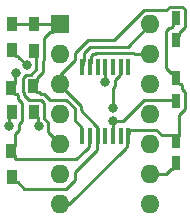
<source format=gbr>
G04 #@! TF.GenerationSoftware,KiCad,Pcbnew,(5.1.4)-1*
G04 #@! TF.CreationDate,2020-11-29T00:03:58+01:00*
G04 #@! TF.ProjectId,Delay Line,44656c61-7920-44c6-996e-652e6b696361,rev?*
G04 #@! TF.SameCoordinates,Original*
G04 #@! TF.FileFunction,Copper,L1,Top*
G04 #@! TF.FilePolarity,Positive*
%FSLAX46Y46*%
G04 Gerber Fmt 4.6, Leading zero omitted, Abs format (unit mm)*
G04 Created by KiCad (PCBNEW (5.1.4)-1) date 2020-11-29 00:03:58*
%MOMM*%
%LPD*%
G04 APERTURE LIST*
%ADD10R,1.600000X1.600000*%
%ADD11O,1.600000X1.600000*%
%ADD12R,0.750000X1.200000*%
%ADD13R,0.900000X1.200000*%
%ADD14R,0.450000X1.450000*%
%ADD15C,0.800000*%
%ADD16C,0.250000*%
G04 APERTURE END LIST*
D10*
X134493000Y-68783200D03*
D11*
X142113000Y-84023200D03*
X134493000Y-71323200D03*
X142113000Y-81483200D03*
X134493000Y-73863200D03*
X142113000Y-78943200D03*
X134493000Y-76403200D03*
X142113000Y-76403200D03*
X134493000Y-78943200D03*
X142113000Y-73863200D03*
X134493000Y-81483200D03*
X142113000Y-71323200D03*
X134493000Y-84023200D03*
X142113000Y-68783200D03*
D12*
X144297000Y-68249800D03*
X144297000Y-70149800D03*
X144297000Y-75245000D03*
X144297000Y-73345000D03*
X144297000Y-78653600D03*
X144297000Y-80553600D03*
D13*
X130391000Y-68783200D03*
X130391000Y-70983200D03*
X130352900Y-74193400D03*
X130391000Y-76220500D03*
X130391000Y-81694200D03*
X130365600Y-79494200D03*
X132283000Y-71008600D03*
X132283000Y-68783200D03*
X132206800Y-74015600D03*
X132283000Y-76215600D03*
D14*
X136378000Y-72361000D03*
X137028000Y-72361000D03*
X137678000Y-72361000D03*
X138328000Y-72361000D03*
X138978000Y-72361000D03*
X139628000Y-72361000D03*
X140278000Y-72361000D03*
X140278000Y-78261000D03*
X139628000Y-78261000D03*
X138978000Y-78261000D03*
X138328000Y-78261000D03*
X137678000Y-78261000D03*
X137028000Y-78261000D03*
X136378000Y-78261000D03*
D15*
X138947400Y-76935900D03*
X132672000Y-77415700D03*
X138987600Y-75835800D03*
X131689700Y-72260500D03*
X138322700Y-73686100D03*
X130738200Y-72864900D03*
X130187700Y-77420600D03*
D16*
X144297000Y-78653600D02*
X144547000Y-78178600D01*
X144547000Y-78178600D02*
X144547000Y-78053600D01*
X144547000Y-78053600D02*
X144547000Y-76473200D01*
X144547000Y-76473200D02*
X145027800Y-75992400D01*
X145027800Y-75992400D02*
X145027800Y-75867400D01*
X145027800Y-75867400D02*
X145027800Y-75178900D01*
X145027800Y-75178900D02*
X145027800Y-74917400D01*
X145027800Y-74917400D02*
X145027800Y-74792400D01*
X145027800Y-74792400D02*
X145027800Y-74497600D01*
X145027800Y-74497600D02*
X144797000Y-74266800D01*
X144797000Y-74266800D02*
X144797000Y-73893200D01*
X144797000Y-73893200D02*
X144723800Y-73820000D01*
X144723800Y-73820000D02*
X144672000Y-73820000D01*
X144672000Y-73820000D02*
X144547000Y-73820000D01*
X144547000Y-73820000D02*
X144297000Y-73345000D01*
X144297000Y-68249800D02*
X144047000Y-68724800D01*
X144047000Y-68724800D02*
X144047000Y-68849800D01*
X144047000Y-68849800D02*
X144047000Y-68901600D01*
X144047000Y-68901600D02*
X143973800Y-68974800D01*
X143973800Y-68974800D02*
X143823900Y-69124700D01*
X143823900Y-69124700D02*
X143745900Y-69124700D01*
X143745900Y-69124700D02*
X143496900Y-69373700D01*
X143496900Y-69373700D02*
X143496900Y-70573700D01*
X143496900Y-70573700D02*
X143496900Y-70925900D01*
X143496900Y-70925900D02*
X143496900Y-72496700D01*
X143496900Y-72496700D02*
X143797000Y-72796800D01*
X143797000Y-72796800D02*
X143870200Y-72870000D01*
X143870200Y-72870000D02*
X143922000Y-72870000D01*
X143922000Y-72870000D02*
X144047000Y-72870000D01*
X144047000Y-72870000D02*
X144297000Y-73345000D01*
X140278000Y-78261000D02*
X140178000Y-78861000D01*
X140178000Y-78861000D02*
X140178000Y-78986000D01*
X140178000Y-78986000D02*
X140178000Y-79120600D01*
X140178000Y-79120600D02*
X139987600Y-79311000D01*
X139987600Y-79311000D02*
X135275400Y-84023200D01*
X135275400Y-84023200D02*
X134493000Y-84023200D01*
X140278000Y-78261000D02*
X140378000Y-77718100D01*
X140378000Y-77718100D02*
X140503000Y-77718100D01*
X140503000Y-77718100D02*
X142620500Y-77718100D01*
X142620500Y-77718100D02*
X143081000Y-78178600D01*
X143081000Y-78178600D02*
X143922000Y-78178600D01*
X143922000Y-78178600D02*
X144047000Y-78178600D01*
X144047000Y-78178600D02*
X144297000Y-78653600D01*
X137678000Y-78261000D02*
X137578000Y-78861000D01*
X137578000Y-78861000D02*
X137578000Y-78986000D01*
X137578000Y-78986000D02*
X137578000Y-79037800D01*
X137578000Y-79037800D02*
X137578000Y-79120600D01*
X137578000Y-79120600D02*
X137578000Y-79389900D01*
X137578000Y-79389900D02*
X135718100Y-81249800D01*
X135718100Y-81249800D02*
X135718100Y-81990700D01*
X135718100Y-81990700D02*
X135000500Y-82708300D01*
X135000500Y-82708300D02*
X133985500Y-82708300D01*
X133985500Y-82708300D02*
X131431900Y-82708300D01*
X131431900Y-82708300D02*
X130892800Y-82169200D01*
X130892800Y-82169200D02*
X130841000Y-82169200D01*
X130841000Y-82169200D02*
X130716000Y-82169200D01*
X130716000Y-82169200D02*
X130391000Y-81694200D01*
X134493000Y-73863200D02*
X134493000Y-73892700D01*
X134493000Y-73892700D02*
X136268200Y-75667900D01*
X136268200Y-75667900D02*
X136268200Y-76075000D01*
X136268200Y-76075000D02*
X137553100Y-77359900D01*
X137553100Y-77359900D02*
X137553100Y-77376500D01*
X137553100Y-77376500D02*
X137578000Y-77401400D01*
X137578000Y-77401400D02*
X137578000Y-77536000D01*
X137578000Y-77536000D02*
X137578000Y-77661000D01*
X137578000Y-77661000D02*
X137678000Y-78261000D01*
X144297000Y-70149800D02*
X144547000Y-69674800D01*
X144547000Y-69674800D02*
X144547000Y-69549800D01*
X144547000Y-69549800D02*
X144547000Y-69478000D01*
X144547000Y-69478000D02*
X145027800Y-68997200D01*
X145027800Y-68997200D02*
X145027800Y-68872200D01*
X145027800Y-68872200D02*
X145027800Y-68418400D01*
X145027800Y-68418400D02*
X145027800Y-67922200D01*
X145027800Y-67922200D02*
X145027800Y-67797200D01*
X145027800Y-67797200D02*
X145027800Y-67502400D01*
X145027800Y-67502400D02*
X144819400Y-67294000D01*
X144819400Y-67294000D02*
X144717000Y-67294000D01*
X144717000Y-67294000D02*
X144701000Y-67278000D01*
X144701000Y-67278000D02*
X144246800Y-67278000D01*
X144246800Y-67278000D02*
X144201000Y-67278000D01*
X144201000Y-67278000D02*
X144076000Y-67278000D01*
X144076000Y-67278000D02*
X143768000Y-67278000D01*
X143768000Y-67278000D02*
X143487900Y-67558100D01*
X143487900Y-67558100D02*
X141605500Y-67558100D01*
X141605500Y-67558100D02*
X139052900Y-70110700D01*
X139052900Y-70110700D02*
X136821200Y-70110700D01*
X136821200Y-70110700D02*
X135927700Y-71004200D01*
X135927700Y-71004200D02*
X135718100Y-71213800D01*
X135718100Y-71213800D02*
X135718100Y-71830700D01*
X135718100Y-71830700D02*
X134493000Y-73055800D01*
X134493000Y-73055800D02*
X134493000Y-73863200D01*
X138978000Y-78261000D02*
X138947400Y-77661000D01*
X138947400Y-77661000D02*
X138947400Y-77536000D01*
X138947400Y-77536000D02*
X138947400Y-76935900D01*
X144297000Y-75245000D02*
X144047000Y-75178100D01*
X144047000Y-75178100D02*
X143922000Y-75178100D01*
X143922000Y-75178100D02*
X141605500Y-75178100D01*
X141605500Y-75178100D02*
X139847700Y-76935900D01*
X139847700Y-76935900D02*
X138947400Y-76935900D01*
X132283000Y-71008600D02*
X132467300Y-71483600D01*
X132467300Y-71483600D02*
X132467300Y-71608600D01*
X132467300Y-71608600D02*
X132467300Y-72582600D01*
X132467300Y-72582600D02*
X132011800Y-73038100D01*
X132011800Y-73038100D02*
X131725500Y-73038100D01*
X131725500Y-73038100D02*
X131725400Y-73038000D01*
X131725400Y-73038000D02*
X131702600Y-73060800D01*
X131702600Y-73060800D02*
X131609800Y-73060800D01*
X131609800Y-73060800D02*
X131402000Y-73268600D01*
X131402000Y-73268600D02*
X131331700Y-73338900D01*
X131331700Y-73338900D02*
X131331700Y-73479800D01*
X131331700Y-73479800D02*
X131331700Y-73832000D01*
X131331700Y-73832000D02*
X131331700Y-74470800D01*
X131331700Y-74470800D02*
X131404900Y-74544000D01*
X131404900Y-74544000D02*
X131404900Y-74761400D01*
X131404900Y-74761400D02*
X131611000Y-74967500D01*
X131611000Y-74967500D02*
X131834000Y-75190500D01*
X131834000Y-75190500D02*
X132909100Y-75190500D01*
X132909100Y-75190500D02*
X133158100Y-75439500D01*
X133158100Y-75439500D02*
X133158100Y-75564500D01*
X133158100Y-75564500D02*
X133158100Y-76514500D01*
X133158100Y-76514500D02*
X133158100Y-76639500D01*
X133158100Y-76639500D02*
X133158100Y-76767900D01*
X133158100Y-76767900D02*
X133473800Y-77083600D01*
X133473800Y-77083600D02*
X133473800Y-77924000D01*
X133473800Y-77924000D02*
X134493000Y-78943200D01*
X139628000Y-72361000D02*
X139528000Y-72961000D01*
X139528000Y-72961000D02*
X139528000Y-73086000D01*
X139528000Y-73086000D02*
X139147800Y-73466200D01*
X139147800Y-73466200D02*
X139147800Y-74027900D01*
X139147800Y-74027900D02*
X138987600Y-74188100D01*
X138987600Y-74188100D02*
X138987600Y-75835800D01*
X144297000Y-80553600D02*
X144047000Y-81028600D01*
X144047000Y-81028600D02*
X143922000Y-81028600D01*
X143922000Y-81028600D02*
X143870200Y-81028600D01*
X143870200Y-81028600D02*
X143415600Y-81483200D01*
X143415600Y-81483200D02*
X142113000Y-81483200D01*
X132283000Y-76215600D02*
X132608000Y-76690600D01*
X132608000Y-76690600D02*
X132608000Y-76815600D01*
X132608000Y-76815600D02*
X132608000Y-77351700D01*
X132608000Y-77351700D02*
X132672000Y-77415700D01*
X132206800Y-74015600D02*
X132531800Y-73540600D01*
X132531800Y-73540600D02*
X132531800Y-73415600D01*
X132531800Y-73415600D02*
X132531800Y-73363100D01*
X132531800Y-73363100D02*
X133064800Y-72830100D01*
X133064800Y-72830100D02*
X133064800Y-71878000D01*
X133064800Y-71878000D02*
X133158100Y-71784700D01*
X133158100Y-71784700D02*
X133158100Y-71659700D01*
X133158100Y-71659700D02*
X133158100Y-70783000D01*
X133158100Y-70783000D02*
X133158100Y-70709700D01*
X133158100Y-70709700D02*
X133158100Y-70584700D01*
X133158100Y-70584700D02*
X133158100Y-69941300D01*
X133158100Y-69941300D02*
X133568000Y-69531400D01*
X133568000Y-69531400D02*
X133641200Y-69458200D01*
X133641200Y-69458200D02*
X133693000Y-69458200D01*
X133693000Y-69458200D02*
X133818000Y-69458200D01*
X133818000Y-69458200D02*
X134493000Y-68783200D01*
X130391000Y-68783200D02*
X130716000Y-68783200D01*
X130716000Y-68783200D02*
X130841000Y-68783200D01*
X130841000Y-68783200D02*
X131833000Y-68783200D01*
X131833000Y-68783200D02*
X131958000Y-68783200D01*
X131958000Y-68783200D02*
X132283000Y-68783200D01*
X132283000Y-68783200D02*
X132608000Y-68783200D01*
X132608000Y-68783200D02*
X132733000Y-68783200D01*
X132733000Y-68783200D02*
X133693000Y-68783200D01*
X133693000Y-68783200D02*
X133818000Y-68783200D01*
X133818000Y-68783200D02*
X134493000Y-68783200D01*
X136378000Y-78261000D02*
X136278000Y-77661000D01*
X136278000Y-77661000D02*
X136278000Y-77536000D01*
X136278000Y-77536000D02*
X136278000Y-77484200D01*
X136278000Y-77484200D02*
X135718100Y-76924300D01*
X135718100Y-76924300D02*
X135718100Y-75895700D01*
X135718100Y-75895700D02*
X135000500Y-75178100D01*
X135000500Y-75178100D02*
X133674600Y-75178100D01*
X133674600Y-75178100D02*
X133136900Y-74640400D01*
X133136900Y-74640400D02*
X132858400Y-74640400D01*
X132858400Y-74640400D02*
X132708600Y-74490600D01*
X132708600Y-74490600D02*
X132656800Y-74490600D01*
X132656800Y-74490600D02*
X132531800Y-74490600D01*
X132531800Y-74490600D02*
X132206800Y-74015600D01*
X130391000Y-70983200D02*
X130716000Y-71458200D01*
X130716000Y-71458200D02*
X130841000Y-71458200D01*
X130841000Y-71458200D02*
X130892800Y-71458200D01*
X130892800Y-71458200D02*
X130966000Y-71531400D01*
X130966000Y-71531400D02*
X130966000Y-71536800D01*
X130966000Y-71536800D02*
X131689700Y-72260500D01*
X138322700Y-73686100D02*
X138322700Y-73086000D01*
X138322700Y-73086000D02*
X138322700Y-72961000D01*
X138322700Y-72961000D02*
X138328000Y-72361000D01*
X130352900Y-74193400D02*
X130677900Y-73718400D01*
X130677900Y-73718400D02*
X130677900Y-73593400D01*
X130677900Y-73593400D02*
X130677900Y-72925200D01*
X130677900Y-72925200D02*
X130738200Y-72864900D01*
X137028000Y-78261000D02*
X136928000Y-78861000D01*
X136928000Y-78861000D02*
X136928000Y-78986000D01*
X136928000Y-78986000D02*
X136928000Y-79120600D01*
X136928000Y-79120600D02*
X136903100Y-79145500D01*
X136903100Y-79145500D02*
X136903100Y-79162100D01*
X136903100Y-79162100D02*
X136654100Y-79411100D01*
X136654100Y-79411100D02*
X135846000Y-80219200D01*
X135846000Y-80219200D02*
X130867400Y-80219200D01*
X130867400Y-80219200D02*
X130763800Y-80219200D01*
X130763800Y-80219200D02*
X130690600Y-80146000D01*
X130690600Y-80146000D02*
X130690600Y-80094200D01*
X130690600Y-80094200D02*
X130690600Y-79969200D01*
X130690600Y-79969200D02*
X130365600Y-79494200D01*
X130365600Y-79494200D02*
X130690600Y-79019200D01*
X130690600Y-79019200D02*
X130690600Y-78894200D01*
X130690600Y-78894200D02*
X130690600Y-78084600D01*
X130690600Y-78084600D02*
X131012800Y-77762400D01*
X131012800Y-77762400D02*
X131012800Y-77249900D01*
X131012800Y-77249900D02*
X131266100Y-76996600D01*
X131266100Y-76996600D02*
X131266100Y-76871600D01*
X131266100Y-76871600D02*
X131266100Y-75921600D01*
X131266100Y-75921600D02*
X131266100Y-75569400D01*
X131266100Y-75569400D02*
X131252000Y-75555300D01*
X131252000Y-75555300D02*
X131252000Y-75450300D01*
X131252000Y-75450300D02*
X130927900Y-75126200D01*
X130927900Y-75126200D02*
X130927900Y-74741600D01*
X130927900Y-74741600D02*
X130854700Y-74668400D01*
X130854700Y-74668400D02*
X130802900Y-74668400D01*
X130802900Y-74668400D02*
X130677900Y-74668400D01*
X130677900Y-74668400D02*
X130352900Y-74193400D01*
X137028000Y-72361000D02*
X137128000Y-71761000D01*
X137128000Y-71761000D02*
X137128000Y-71636000D01*
X137128000Y-71636000D02*
X137128000Y-71501400D01*
X137128000Y-71501400D02*
X137318400Y-71311000D01*
X137318400Y-71311000D02*
X137408400Y-71311000D01*
X137408400Y-71311000D02*
X137508500Y-71210900D01*
X137508500Y-71210900D02*
X137726900Y-71210900D01*
X137726900Y-71210900D02*
X137926900Y-71210900D01*
X137926900Y-71210900D02*
X138051900Y-71210900D01*
X138051900Y-71210900D02*
X138251900Y-71210900D01*
X138251900Y-71210900D02*
X138376900Y-71210900D01*
X138376900Y-71210900D02*
X138576900Y-71210900D01*
X138576900Y-71210900D02*
X138593500Y-71210900D01*
X138593500Y-71210900D02*
X139026900Y-71210900D01*
X139026900Y-71210900D02*
X139226900Y-71210900D01*
X139226900Y-71210900D02*
X139351900Y-71210900D01*
X139351900Y-71210900D02*
X139551900Y-71210900D01*
X139551900Y-71210900D02*
X139676900Y-71210900D01*
X139676900Y-71210900D02*
X139876900Y-71210900D01*
X139876900Y-71210900D02*
X140326900Y-71210900D01*
X140326900Y-71210900D02*
X140679100Y-71210900D01*
X140679100Y-71210900D02*
X140791400Y-71323200D01*
X140791400Y-71323200D02*
X142113000Y-71323200D01*
X130391000Y-76220500D02*
X130187700Y-76695500D01*
X130187700Y-76695500D02*
X130187700Y-76820500D01*
X130187700Y-76820500D02*
X130187700Y-77420600D01*
X136378000Y-72361000D02*
X136478000Y-71761000D01*
X136478000Y-71761000D02*
X136478000Y-71636000D01*
X136478000Y-71636000D02*
X136478000Y-71232100D01*
X136478000Y-71232100D02*
X137049100Y-70661000D01*
X137049100Y-70661000D02*
X137280500Y-70661000D01*
X137280500Y-70661000D02*
X137280700Y-70660800D01*
X137280700Y-70660800D02*
X137499100Y-70660800D01*
X137499100Y-70660800D02*
X137699100Y-70660800D01*
X137699100Y-70660800D02*
X137824100Y-70660800D01*
X137824100Y-70660800D02*
X138024100Y-70660800D01*
X138024100Y-70660800D02*
X138149100Y-70660800D01*
X138149100Y-70660800D02*
X138349100Y-70660800D01*
X138349100Y-70660800D02*
X138365700Y-70660800D01*
X138365700Y-70660800D02*
X138799100Y-70660800D01*
X138799100Y-70660800D02*
X138999100Y-70660800D01*
X138999100Y-70660800D02*
X139124100Y-70660800D01*
X139124100Y-70660800D02*
X139324100Y-70660800D01*
X139324100Y-70660800D02*
X139449100Y-70660800D01*
X139449100Y-70660800D02*
X139649100Y-70660800D01*
X139649100Y-70660800D02*
X140235400Y-70660800D01*
X140235400Y-70660800D02*
X142113000Y-68783200D01*
M02*

</source>
